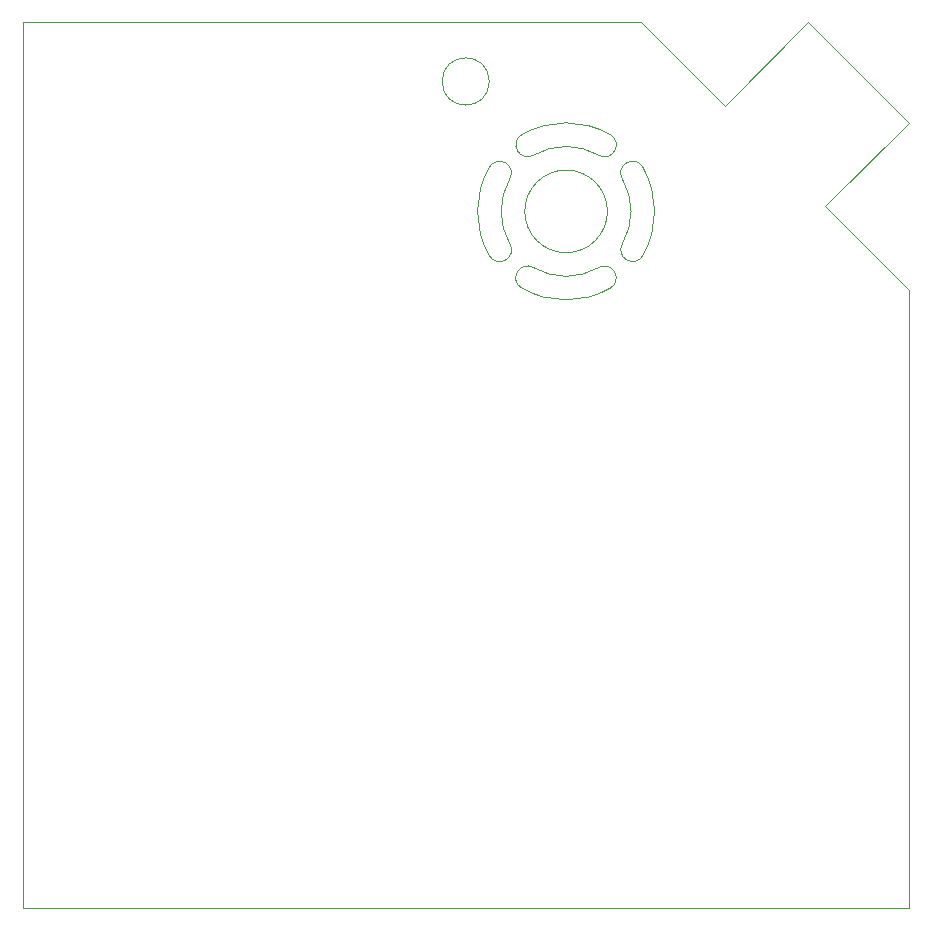
<source format=gbr>
G04 #@! TF.FileFunction,Profile,NP*
%FSLAX46Y46*%
G04 Gerber Fmt 4.6, Leading zero omitted, Abs format (unit mm)*
G04 Created by KiCad (PCBNEW 4.0.6) date 06/29/17 03:27:00*
%MOMM*%
%LPD*%
G01*
G04 APERTURE LIST*
%ADD10C,0.100000*%
G04 APERTURE END LIST*
D10*
X216466780Y-62695459D02*
G75*
G02X215466780Y-60963407I-500000J866026D01*
G01*
X222966780Y-60963408D02*
G75*
G02X221966780Y-62695458I-500000J-866025D01*
G01*
X215466780Y-60963408D02*
G75*
G02X222966780Y-60963407I3750000J-6495190D01*
G01*
X216466780Y-62695458D02*
G75*
G02X221966780Y-62695458I2750000J-4763140D01*
G01*
X221691654Y-64983724D02*
G75*
G02X221691654Y-69933472I-2474874J-2474874D01*
G01*
X216741906Y-69933472D02*
G75*
G02X221691654Y-64983724I2474874J2474874D01*
G01*
X221691654Y-69933472D02*
G75*
G02X216741906Y-69933472I-2474874J2474874D01*
G01*
X225711971Y-71208598D02*
G75*
G02X223979919Y-70208598I-866026J500000D01*
G01*
X223979920Y-64708598D02*
G75*
G02X225711970Y-63708598I866025J500000D01*
G01*
X225711971Y-63708598D02*
G75*
G02X225711970Y-71208598I-6495191J-3750000D01*
G01*
X223979919Y-64708599D02*
G75*
G02X223979919Y-70208598I-4763139J-2749999D01*
G01*
X215466780Y-73953788D02*
G75*
G02X216466780Y-72221738I500000J866025D01*
G01*
X221966780Y-72221738D02*
G75*
G02X222966780Y-73953788I500000J-866025D01*
G01*
X222966780Y-73953789D02*
G75*
G02X215466780Y-73953788I-3750000J6495191D01*
G01*
X221966780Y-72221738D02*
G75*
G02X216466780Y-72221738I-2750000J4763140D01*
G01*
X212721590Y-63708598D02*
G75*
G02X214453640Y-64708598I866025J-500000D01*
G01*
X214453641Y-70208598D02*
G75*
G02X212721589Y-71208598I-866026J-500000D01*
G01*
X212721590Y-71208598D02*
G75*
G02X212721589Y-63708598I6495190J3750000D01*
G01*
X214453640Y-70208598D02*
G75*
G02X214453640Y-64708598I4763140J2750000D01*
G01*
X212716780Y-56458598D02*
G75*
G03X212716780Y-56458598I-2000000J0D01*
G01*
X173216780Y-126458598D02*
X173216780Y-51458598D01*
X248216780Y-126458598D02*
X173216780Y-126458598D01*
X225589363Y-51458598D02*
X173216780Y-51458598D01*
X248216780Y-74086015D02*
X248216780Y-126458598D01*
X232660431Y-58529666D02*
X225589363Y-51458598D01*
X248216780Y-74086015D02*
X241145712Y-67014947D01*
X248216780Y-59943879D02*
X241145712Y-67014947D01*
X239731498Y-51458598D02*
X232660431Y-58529666D01*
X248216780Y-59943879D02*
X239731498Y-51458598D01*
M02*

</source>
